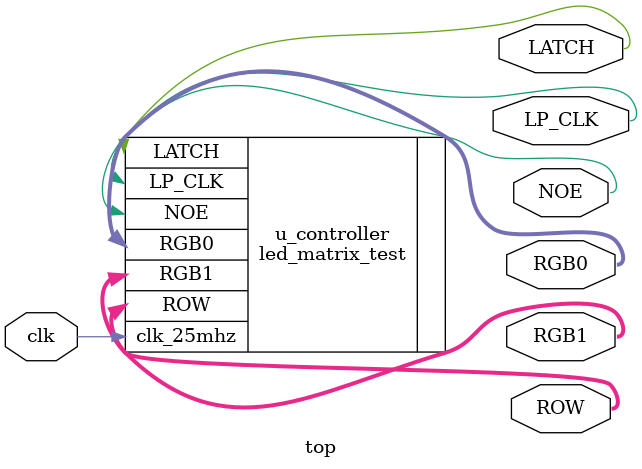
<source format=v>

module top (
    input wire clk,
    output wire LP_CLK,
    output wire LATCH,
    output wire NOE,
    output wire [4:0] ROW,
    output wire [2:0] RGB0,
    output wire [2:0] RGB1
);

led_matrix_test u_controller (
    .clk_25mhz(clk),
    .LP_CLK(LP_CLK),
    .LATCH(LATCH),
    .NOE(NOE),
    .RGB0(RGB0),
    .RGB1(RGB1),
    .ROW(ROW)
);

endmodule

</source>
